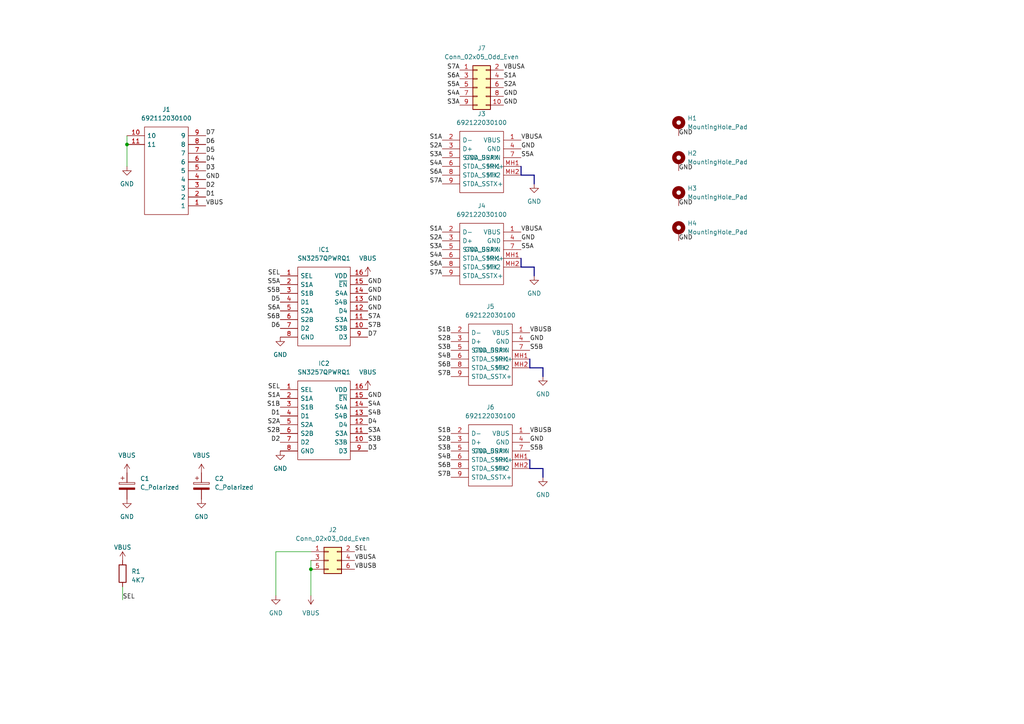
<source format=kicad_sch>
(kicad_sch (version 20230121) (generator eeschema)
  (paper "A4")
  (lib_symbols
    (symbol "Connector_Generic:Conn_02x03_Odd_Even" (pin_names (offset 1.016) hide)
      (property "Reference" "J" (at 1.27 5.08 0))
      (property "Value" "Conn_02x03_Odd_Even" (at 1.27 -5.08 0))
      (symbol "Conn_02x03_Odd_Even_1_1"
        (rectangle (start -1.27 -2.413) (end 0 -2.667) (stroke (width 0.1524)))
        (rectangle (start -1.27 0.127) (end 0 -0.127) (stroke (width 0.1524)))
        (rectangle (start -1.27 2.667) (end 0 2.413) (stroke (width 0.1524)))
        (rectangle (start -1.27 3.81) (end 3.81 -3.81) (stroke (width 0.254)) (fill (type background)))
        (rectangle (start 3.81 -2.413) (end 2.54 -2.667) (stroke (width 0.1524)))
        (rectangle (start 3.81 0.127) (end 2.54 -0.127) (stroke (width 0.1524)))
        (rectangle (start 3.81 2.667) (end 2.54 2.413) (stroke (width 0.1524)))
        (pin passive line (at -5.08 2.54 0) (length 3.81) (name "Pin_1") (number "1"))
        (pin passive line (at 7.62 2.54 180) (length 3.81) (name "Pin_2") (number "2"))
        (pin passive line (at -5.08 0 0) (length 3.81) (name "Pin_3") (number "3"))
        (pin passive line (at 7.62 0 180) (length 3.81) (name "Pin_4") (number "4"))
        (pin passive line (at -5.08 -2.54 0) (length 3.81) (name "Pin_5") (number "5"))
        (pin passive line (at 7.62 -2.54 180) (length 3.81) (name "Pin_6") (number "6"))
      )
    )
    (symbol "Connector_Generic:Conn_02x05_Odd_Even" (pin_names (offset 1.016) hide)
      (property "Reference" "J" (at 1.27 7.62 0))
      (property "Value" "Conn_02x05_Odd_Even" (at 1.27 -7.62 0))
      (symbol "Conn_02x05_Odd_Even_1_1"
        (rectangle (start -1.27 -4.953) (end 0 -5.207) (stroke (width 0.1524)))
        (rectangle (start -1.27 -2.413) (end 0 -2.667) (stroke (width 0.1524)))
        (rectangle (start -1.27 0.127) (end 0 -0.127) (stroke (width 0.1524)))
        (rectangle (start -1.27 2.667) (end 0 2.413) (stroke (width 0.1524)))
        (rectangle (start -1.27 5.207) (end 0 4.953) (stroke (width 0.1524)))
        (rectangle (start -1.27 6.35) (end 3.81 -6.35) (stroke (width 0.254)) (fill (type background)))
        (rectangle (start 3.81 -4.953) (end 2.54 -5.207) (stroke (width 0.1524)))
        (rectangle (start 3.81 -2.413) (end 2.54 -2.667) (stroke (width 0.1524)))
        (rectangle (start 3.81 0.127) (end 2.54 -0.127) (stroke (width 0.1524)))
        (rectangle (start 3.81 2.667) (end 2.54 2.413) (stroke (width 0.1524)))
        (rectangle (start 3.81 5.207) (end 2.54 4.953) (stroke (width 0.1524)))
        (pin passive line (at -5.08 5.08 0) (length 3.81) (name "Pin_1") (number "1"))
        (pin passive line (at 7.62 -5.08 180) (length 3.81) (name "Pin_10") (number "10"))
        (pin passive line (at 7.62 5.08 180) (length 3.81) (name "Pin_2") (number "2"))
        (pin passive line (at -5.08 2.54 0) (length 3.81) (name "Pin_3") (number "3"))
        (pin passive line (at 7.62 2.54 180) (length 3.81) (name "Pin_4") (number "4"))
        (pin passive line (at -5.08 0 0) (length 3.81) (name "Pin_5") (number "5"))
        (pin passive line (at 7.62 0 180) (length 3.81) (name "Pin_6") (number "6"))
        (pin passive line (at -5.08 -2.54 0) (length 3.81) (name "Pin_7") (number "7"))
        (pin passive line (at 7.62 -2.54 180) (length 3.81) (name "Pin_8") (number "8"))
        (pin passive line (at -5.08 -5.08 0) (length 3.81) (name "Pin_9") (number "9"))
      )
    )
    (symbol "Device:C_Polarized" (pin_numbers hide) (pin_names (offset 0.254))
      (property "Reference" "C" (at 0.635 2.54 0))
      (property "Value" "C_Polarized" (at 0.635 -2.54 0))
      (symbol "C_Polarized_0_1"
        (rectangle (start -2.286 0.508) (end 2.286 1.016))
        (polyline (pts (xy -1.778 2.286) (xy -0.762 2.286)))
        (polyline (pts (xy -1.27 2.794) (xy -1.27 1.778)))
        (rectangle (start 2.286 -0.508) (end -2.286 -1.016) (fill (type outline)))
      )
      (symbol "C_Polarized_1_1"
        (pin passive line (at 0 3.81 270) (length 2.794) (name "~") (number "1"))
        (pin passive line (at 0 -3.81 90) (length 2.794) (name "~") (number "2"))
      )
    )
    (symbol "Device:R" (pin_numbers hide) (pin_names (offset 0))
      (property "Reference" "R" (at 2.032 0 90))
      (property "Value" "R" (at 0 0 90))
      (symbol "R_0_1"
        (rectangle (start -1.016 -2.54) (end 1.016 2.54) (stroke (width 0.254)))
      )
      (symbol "R_1_1"
        (pin passive line (at 0 3.81 270) (length 1.27) (name "~") (number "1"))
        (pin passive line (at 0 -3.81 90) (length 1.27) (name "~") (number "2"))
      )
    )
    (symbol "Mechanical:MountingHole_Pad" (pin_numbers hide) (pin_names (offset 1.016) hide)
      (property "Reference" "H" (at 0 6.35 0))
      (property "Value" "MountingHole_Pad" (at 0 4.445 0))
      (symbol "MountingHole_Pad_0_1"
        (circle (center 0 1.27) (radius 1.27) (stroke (width 1.27)))
      )
      (symbol "MountingHole_Pad_1_1"
        (pin input line (at 0 -2.54 90) (length 2.54) (name "1") (number "1"))
      )
    )
    (symbol "mouser:692112030100" (pin_names (offset 0.762))
      (property "Reference" "J" (at 19.05 7.62 0))
      (property "Value" "692112030100" (at 19.05 5.08 0))
      (symbol "692112030100_0_0"
        (pin passive line (at 22.86 -20.32 180) (length 5.08) (name "1") (number "1"))
        (pin passive line (at 0 0 0) (length 5.08) (name "10") (number "10"))
        (pin passive line (at 0 -2.54 0) (length 5.08) (name "11") (number "11"))
        (pin passive line (at 22.86 -17.78 180) (length 5.08) (name "2") (number "2"))
        (pin passive line (at 22.86 -15.24 180) (length 5.08) (name "3") (number "3"))
        (pin passive line (at 22.86 -12.7 180) (length 5.08) (name "4") (number "4"))
        (pin passive line (at 22.86 -10.16 180) (length 5.08) (name "5") (number "5"))
        (pin passive line (at 22.86 -7.62 180) (length 5.08) (name "6") (number "6"))
        (pin passive line (at 22.86 -5.08 180) (length 5.08) (name "7") (number "7"))
        (pin passive line (at 22.86 -2.54 180) (length 5.08) (name "8") (number "8"))
        (pin passive line (at 22.86 0 180) (length 5.08) (name "9") (number "9"))
      )
      (symbol "692112030100_0_1"
        (polyline (pts (xy 5.08 2.54) (xy 17.78 2.54) (xy 17.78 -22.86) (xy 5.08 -22.86) (xy 5.08 2.54)) (stroke (width 0.1524)))
      )
    )
    (symbol "mouser:692122030100" (pin_names (offset 0.762))
      (property "Reference" "J" (at 19.05 7.62 0))
      (property "Value" "692122030100" (at 19.05 5.08 0))
      (symbol "692122030100_0_0"
        (pin passive line (at 22.86 0 180) (length 5.08) (name "VBUS") (number "1"))
        (pin passive line (at 0 0 0) (length 5.08) (name "D-") (number "2"))
        (pin passive line (at 0 -2.54 0) (length 5.08) (name "D+") (number "3"))
        (pin passive line (at 22.86 -2.54 180) (length 5.08) (name "GND") (number "4"))
        (pin passive line (at 0 -5.08 0) (length 5.08) (name "STDA_SSRX") (number "5"))
        (pin passive line (at 0 -7.62 0) (length 5.08) (name "STDA_SSRX+") (number "6"))
        (pin passive line (at 22.86 -5.08 180) (length 5.08) (name "GND_DRAIN") (number "7"))
        (pin passive line (at 0 -10.16 0) (length 5.08) (name "STDA_SSTX") (number "8"))
        (pin passive line (at 0 -12.7 0) (length 5.08) (name "STDA_SSTX+") (number "9"))
        (pin passive line (at 22.86 -7.62 180) (length 5.08) (name "MH1") (number "MH1"))
        (pin passive line (at 22.86 -10.16 180) (length 5.08) (name "MH2") (number "MH2"))
      )
      (symbol "692122030100_0_1"
        (polyline (pts (xy 5.08 2.54) (xy 17.78 2.54) (xy 17.78 -15.24) (xy 5.08 -15.24) (xy 5.08 2.54)) (stroke (width 0.1524)))
      )
    )
    (symbol "mouser:SN3257QPWRQ1" (pin_names (offset 0.762))
      (property "Reference" "IC" (at 21.59 7.62 0))
      (property "Value" "SN3257QPWRQ1" (at 21.59 5.08 0))
      (symbol "SN3257QPWRQ1_0_0"
        (pin passive line (at 0 0 0) (length 5.08) (name "SEL") (number "1"))
        (pin passive line (at 25.4 -15.24 180) (length 5.08) (name "S3B") (number "10"))
        (pin passive line (at 25.4 -12.7 180) (length 5.08) (name "S3A") (number "11"))
        (pin passive line (at 25.4 -10.16 180) (length 5.08) (name "D4") (number "12"))
        (pin passive line (at 25.4 -7.62 180) (length 5.08) (name "S4B") (number "13"))
        (pin passive line (at 25.4 -5.08 180) (length 5.08) (name "S4A") (number "14"))
        (pin passive line (at 25.4 -2.54 180) (length 5.08) (name "~{EN}") (number "15"))
        (pin passive line (at 25.4 0 180) (length 5.08) (name "VDD") (number "16"))
        (pin passive line (at 0 -2.54 0) (length 5.08) (name "S1A") (number "2"))
        (pin passive line (at 0 -5.08 0) (length 5.08) (name "S1B") (number "3"))
        (pin passive line (at 0 -7.62 0) (length 5.08) (name "D1") (number "4"))
        (pin passive line (at 0 -10.16 0) (length 5.08) (name "S2A") (number "5"))
        (pin passive line (at 0 -12.7 0) (length 5.08) (name "S2B") (number "6"))
        (pin passive line (at 0 -15.24 0) (length 5.08) (name "D2") (number "7"))
        (pin passive line (at 0 -17.78 0) (length 5.08) (name "GND") (number "8"))
        (pin passive line (at 25.4 -17.78 180) (length 5.08) (name "D3") (number "9"))
      )
      (symbol "SN3257QPWRQ1_0_1"
        (polyline (pts (xy 5.08 2.54) (xy 20.32 2.54) (xy 20.32 -20.32) (xy 5.08 -20.32) (xy 5.08 2.54)) (stroke (width 0.1524)))
      )
    )
    (symbol "power:GND" (power) (pin_names (offset 0))
      (property "Value" "GND" (at 0 -3.81 0))
      (symbol "GND_0_1"
        (polyline (pts (xy 0 0) (xy 0 -1.27) (xy 1.27 -1.27) (xy 0 -2.54) (xy -1.27 -1.27) (xy 0 -1.27)))
      )
      (symbol "GND_1_1"
        (pin power_in line (at 0 0 270) (length 0) hide (name "GND") (number "1"))
      )
    )
    (symbol "power:VBUS" (power) (pin_names (offset 0))
      (property "Value" "VBUS" (at 0 3.81 0))
      (symbol "VBUS_0_1"
        (polyline (pts (xy -0.762 1.27) (xy 0 2.54)))
        (polyline (pts (xy 0 0) (xy 0 2.54)))
        (polyline (pts (xy 0 2.54) (xy 0.762 1.27)))
      )
      (symbol "VBUS_1_1"
        (pin power_in line (at 0 0 90) (length 0) hide (name "VBUS") (number "1"))
      )
    )
  )
  (junction (at 90.17 165.1))
  (junction (at 36.83 41.91))
  (bus (pts (xy 153.67 135.89) (xy 157.48 135.89)))
  (wire (pts (xy 90.17 162.56) (xy 90.17 165.1)))
  (bus (pts (xy 153.67 104.14) (xy 153.67 106.68)))
  (bus (pts (xy 153.67 133.35) (xy 153.67 135.89)))
  (bus (pts (xy 151.13 74.93) (xy 151.13 77.47)))
  (bus (pts (xy 157.48 135.89) (xy 157.48 138.43)))
  (wire (pts (xy 90.17 160.02) (xy 80.01 160.02)))
  (bus (pts (xy 154.94 50.8) (xy 154.94 53.34)))
  (bus (pts (xy 157.48 106.68) (xy 157.48 109.22)))
  (wire (pts (xy 36.83 39.37) (xy 36.83 41.91)))
  (wire (pts (xy 80.01 160.02) (xy 80.01 172.72)))
  (bus (pts (xy 151.13 48.26) (xy 151.13 50.8)))
  (bus (pts (xy 151.13 77.47) (xy 154.94 77.47)))
  (wire (pts (xy 90.17 165.1) (xy 90.17 172.72)))
  (wire (pts (xy 36.83 41.91) (xy 36.83 48.26)))
  (bus (pts (xy 154.94 77.47) (xy 154.94 80.01)))
  (wire (pts (xy 35.56 170.18) (xy 35.56 173.99)))
  (bus (pts (xy 153.67 106.68) (xy 157.48 106.68)))
  (bus (pts (xy 151.13 50.8) (xy 154.94 50.8)))
  (label "S2A" (at 128.27 69.85 180))
  (label "S6A" (at 133.35 22.86 180))
  (label "S5B" (at 81.28 85.09 180))
  (label "D2" (at 81.28 128.27 180))
  (label "S1A" (at 146.05 22.86 0))
  (label "S4A" (at 128.27 48.26 180))
  (label "GND" (at 151.13 43.18 0))
  (label "VBUSA" (at 146.05 20.32 0))
  (label "GND" (at 196.85 39.37 0))
  (label "S2A" (at 81.28 123.19 180))
  (label "S2B" (at 130.81 128.27 180))
  (label "S3B" (at 106.68 128.27 0))
  (label "SEL" (at 81.28 80.01 180))
  (label "S1A" (at 128.27 40.64 180))
  (label "S1B" (at 81.28 118.11 180))
  (label "S4A" (at 106.68 118.11 0))
  (label "S2B" (at 81.28 125.73 180))
  (label "D3" (at 106.68 130.81 0))
  (label "GND" (at 196.85 59.69 0))
  (label "D3" (at 59.69 49.53 0))
  (label "D2" (at 59.69 54.61 0))
  (label "GND" (at 146.05 30.48 0))
  (label "D1" (at 81.28 120.65 180))
  (label "GND" (at 59.69 52.07 0))
  (label "D7" (at 59.69 39.37 0))
  (label "GND" (at 153.67 128.27 0))
  (label "VBUS" (at 59.69 59.69 0))
  (label "D1" (at 59.69 57.15 0))
  (label "D4" (at 59.69 46.99 0))
  (label "D4" (at 106.68 123.19 0))
  (label "S3A" (at 133.35 30.48 180))
  (label "GND" (at 106.68 85.09 0))
  (label "S7A" (at 128.27 80.01 180))
  (label "S4B" (at 130.81 133.35 180))
  (label "GND" (at 106.68 90.17 0))
  (label "SEL" (at 81.28 113.03 180))
  (label "GND" (at 106.68 82.55 0))
  (label "S4A" (at 133.35 27.94 180))
  (label "S7A" (at 128.27 53.34 180))
  (label "GND" (at 196.85 49.53 0))
  (label "D6" (at 81.28 95.25 180))
  (label "SEL" (at 35.56 173.99 0))
  (label "GND" (at 106.68 87.63 0))
  (label "S1A" (at 128.27 67.31 180))
  (label "S3B" (at 130.81 101.6 180))
  (label "S5A" (at 151.13 72.39 0))
  (label "D5" (at 81.28 87.63 180))
  (label "VBUSB" (at 153.67 96.52 0))
  (label "S6B" (at 130.81 135.89 180))
  (label "S7A" (at 106.68 92.71 0))
  (label "S7A" (at 133.35 20.32 180))
  (label "D6" (at 59.69 41.91 0))
  (label "S6A" (at 128.27 50.8 180))
  (label "S4B" (at 130.81 104.14 180))
  (label "S1B" (at 130.81 125.73 180))
  (label "S3A" (at 128.27 45.72 180))
  (label "S5A" (at 133.35 25.4 180))
  (label "SEL" (at 102.87 160.02 0))
  (label "S3B" (at 130.81 130.81 180))
  (label "GND" (at 196.85 69.85 0))
  (label "S5A" (at 151.13 45.72 0))
  (label "S6A" (at 81.28 90.17 180))
  (label "S1B" (at 130.81 96.52 180))
  (label "S2A" (at 146.05 25.4 0))
  (label "S6A" (at 128.27 77.47 180))
  (label "GND" (at 106.68 115.57 0))
  (label "S7B" (at 130.81 109.22 180))
  (label "GND" (at 153.67 99.06 0))
  (label "S7B" (at 106.68 95.25 0))
  (label "D7" (at 106.68 97.79 0))
  (label "S1A" (at 81.28 115.57 180))
  (label "D5" (at 59.69 44.45 0))
  (label "GND" (at 146.05 27.94 0))
  (label "VBUSB" (at 102.87 165.1 0))
  (label "S5B" (at 153.67 101.6 0))
  (label "S4B" (at 106.68 120.65 0))
  (label "VBUSA" (at 102.87 162.56 0))
  (label "S2A" (at 128.27 43.18 180))
  (label "S6B" (at 130.81 106.68 180))
  (label "VBUSB" (at 153.67 125.73 0))
  (label "VBUSA" (at 151.13 67.31 0))
  (label "S2B" (at 130.81 99.06 180))
  (label "S7B" (at 130.81 138.43 180))
  (label "S3A" (at 106.68 125.73 0))
  (label "VBUSA" (at 151.13 40.64 0))
  (label "S5A" (at 81.28 82.55 180))
  (label "S4A" (at 128.27 74.93 180))
  (label "S6B" (at 81.28 92.71 180))
  (label "S5B" (at 153.67 130.81 0))
  (label "GND" (at 151.13 69.85 0))
  (label "S3A" (at 128.27 72.39 180))
  (symbol (lib_id "power:GND") (at 36.83 48.26 0) (unit 1)
    (property "Reference" "#PWR0111" (effects hide))
    (property "Value" "GND" (at 36.83 53.34 0))
  )
  (symbol (lib_id "power:VBUS") (at 106.68 113.03 0) (unit 1)
    (property "Reference" "#PWR0108" (effects hide))
    (property "Value" "VBUS" (at 106.68 107.95 0))
  )
  (symbol (lib_id "Mechanical:MountingHole_Pad") (at 196.85 46.99 0) (unit 1)
    (property "Reference" "H2" (at 199.39 44.4499 0) (effects (justify left)))
    (property "Value" "MountingHole_Pad" (at 199.39 46.9899 0) (effects (justify left)))
    (property "Footprint" "MountingHole:MountingHole_3.2mm_M3_Pad_TopBottom" (effects hide))
  )
  (symbol (lib_id "Mechanical:MountingHole_Pad") (at 196.85 36.83 0) (unit 1)
    (property "Reference" "H1" (at 199.39 34.2899 0) (effects (justify left)))
    (property "Value" "MountingHole_Pad" (at 199.39 36.8299 0) (effects (justify left)))
    (property "Footprint" "MountingHole:MountingHole_3.2mm_M3_Pad_TopBottom" (effects hide))
  )
  (symbol (lib_id "mouser:692112030100") (at 36.83 39.37 0) (unit 1)
    (property "Reference" "J1" (at 48.26 31.75 0))
    (property "Value" "692112030100" (at 48.26 34.29 0))
    (property "Footprint" "mouser:692112030100-fixed" (effects hide))
    (property "Datasheet" "https://componentsearchengine.com//692112030100.pdf" (effects hide))
    (property "Description" "Wurth Elektronik Male Right Angle Through Hole Version 3 Type A USB Connector, 30 V ac, 0.25A WR-COM" (effects hide))
    (property "Height" "1" (effects hide))
    (property "Mouser2 Part Number" "710-692112030100" (effects hide))
    (property "Mouser2 Price/Stock" "https://www.mouser.com/Search/Refine.aspx?Keyword=710-692112030100" (effects hide))
    (property "Manufacturer_Name" "Wurth Elektronik" (effects hide))
    (property "Manufacturer_Part_Number" "692112030100" (effects hide))
  )
  (symbol (lib_id "power:GND") (at 80.01 172.72 0) (unit 1)
    (property "Reference" "#PWR0101" (effects hide))
    (property "Value" "GND" (at 80.01 177.8 0))
  )
  (symbol (lib_id "power:VBUS") (at 35.56 162.56 0) (unit 1)
    (property "Reference" "#PWR01" (effects hide))
    (property "Value" "VBUS" (at 35.56 158.75 0))
  )
  (symbol (lib_id "mouser:692122030100") (at 130.81 125.73 0) (unit 1)
    (property "Reference" "J6" (at 142.24 118.11 0))
    (property "Value" "692122030100" (at 142.24 120.65 0))
    (property "Footprint" "692122030100" (effects hide))
    (property "Datasheet" "https://componentsearchengine.com//692122030100.pdf" (effects hide))
    (property "Description" "Wurth Elektronik WR-COM Series, Right Angle Through Hole, Version 3.0 Type A USB Connector, Receptacle" (effects hide))
    (property "Height" "7.55" (effects hide))
    (property "Mouser2 Part Number" "710-692122030100" (effects hide))
    (property "Mouser2 Price/Stock" "https://www.mouser.com/Search/Refine.aspx?Keyword=710-692122030100" (effects hide))
    (property "Manufacturer_Name" "Wurth Elektronik" (effects hide))
    (property "Manufacturer_Part_Number" "692122030100" (effects hide))
  )
  (symbol (lib_id "Mechanical:MountingHole_Pad") (at 196.85 57.15 0) (unit 1)
    (property "Reference" "H3" (at 199.39 54.6099 0) (effects (justify left)))
    (property "Value" "MountingHole_Pad" (at 199.39 57.1499 0) (effects (justify left)))
    (property "Footprint" "MountingHole:MountingHole_3.2mm_M3_Pad_TopBottom" (effects hide))
  )
  (symbol (lib_id "mouser:SN3257QPWRQ1") (at 81.28 113.03 0) (unit 1)
    (property "Reference" "IC2" (at 93.98 105.41 0))
    (property "Value" "SN3257QPWRQ1" (at 93.98 107.95 0))
    (property "Footprint" "SOP65P640X120-16N" (effects hide))
    (property "Datasheet" "https://www.ti.com/lit/gpn/SN3257-Q1" (effects hide))
    (property "Description" "PRECISION ANALOG MULTIPLEXER" (effects hide))
    (property "Height" "1.2" (effects hide))
    (property "Manufacturer_Name" "Texas Instruments" (effects hide))
    (property "Manufacturer_Part_Number" "SN3257QPWRQ1" (effects hide))
  )
  (symbol (lib_id "mouser:692122030100") (at 128.27 40.64 0) (unit 1)
    (property "Reference" "J3" (at 139.7 33.02 0))
    (property "Value" "692122030100" (at 139.7 35.56 0))
    (property "Footprint" "692122030100" (effects hide))
    (property "Datasheet" "https://componentsearchengine.com//692122030100.pdf" (effects hide))
    (property "Description" "Wurth Elektronik WR-COM Series, Right Angle Through Hole, Version 3.0 Type A USB Connector, Receptacle" (effects hide))
    (property "Height" "7.55" (effects hide))
    (property "Mouser2 Part Number" "710-692122030100" (effects hide))
    (property "Mouser2 Price/Stock" "https://www.mouser.com/Search/Refine.aspx?Keyword=710-692122030100" (effects hide))
    (property "Manufacturer_Name" "Wurth Elektronik" (effects hide))
    (property "Manufacturer_Part_Number" "692122030100" (effects hide))
  )
  (symbol (lib_id "Device:C_Polarized") (at 36.83 140.97 0) (unit 1)
    (property "Reference" "C1" (at 40.64 138.8109 0) (effects (justify left)))
    (property "Value" "C_Polarized" (at 40.64 141.3509 0) (effects (justify left)))
    (property "Footprint" "Capacitor_SMD:C_0805_2012Metric" (effects hide))
  )
  (symbol (lib_id "mouser:692122030100") (at 128.27 67.31 0) (unit 1)
    (property "Reference" "J4" (at 139.7 59.69 0))
    (property "Value" "692122030100" (at 139.7 62.23 0))
    (property "Footprint" "692122030100" (effects hide))
    (property "Datasheet" "https://componentsearchengine.com//692122030100.pdf" (effects hide))
    (property "Description" "Wurth Elektronik WR-COM Series, Right Angle Through Hole, Version 3.0 Type A USB Connector, Receptacle" (effects hide))
    (property "Height" "7.55" (effects hide))
    (property "Mouser2 Part Number" "710-692122030100" (effects hide))
    (property "Mouser2 Price/Stock" "https://www.mouser.com/Search/Refine.aspx?Keyword=710-692122030100" (effects hide))
    (property "Manufacturer_Name" "Wurth Elektronik" (effects hide))
    (property "Manufacturer_Part_Number" "692122030100" (effects hide))
  )
  (symbol (lib_id "power:GND") (at 154.94 53.34 0) (unit 1)
    (property "Reference" "#PWR0114" (effects hide))
    (property "Value" "GND" (at 154.94 58.42 0))
  )
  (symbol (lib_id "Device:R") (at 35.56 166.37 0) (unit 1)
    (property "Reference" "R1" (at 38.1 165.735 0) (effects (justify left)))
    (property "Value" "4K7" (at 38.1 168.275 0) (effects (justify left)))
    (property "Footprint" "Resistor_SMD:R_0805_2012Metric" (effects hide))
  )
  (symbol (lib_id "Device:C_Polarized") (at 58.42 140.97 0) (unit 1)
    (property "Reference" "C2" (at 62.23 138.8109 0) (effects (justify left)))
    (property "Value" "C_Polarized" (at 62.23 141.3509 0) (effects (justify left)))
    (property "Footprint" "Capacitor_SMD:C_0805_2012Metric" (effects hide))
  )
  (symbol (lib_id "power:VBUS") (at 90.17 172.72 180) (unit 1)
    (property "Reference" "#PWR0102" (effects hide))
    (property "Value" "VBUS" (at 90.17 177.8 0))
  )
  (symbol (lib_id "Connector_Generic:Conn_02x05_Odd_Even") (at 138.43 25.4 0) (unit 1)
    (property "Reference" "J7" (at 139.7 13.97 0))
    (property "Value" "Conn_02x05_Odd_Even" (at 139.7 16.51 0))
    (property "Footprint" "Connector_PinHeader_2.54mm:PinHeader_2x05_P2.54mm_Vertical" (effects hide))
  )
  (symbol (lib_id "Connector_Generic:Conn_02x03_Odd_Even") (at 95.25 162.56 0) (unit 1)
    (property "Reference" "J2" (at 96.52 153.67 0))
    (property "Value" "Conn_02x03_Odd_Even" (at 96.52 156.21 0))
    (property "Footprint" "Connector_PinHeader_2.54mm:PinHeader_2x03_P2.54mm_Vertical" (effects hide))
  )
  (symbol (lib_id "mouser:SN3257QPWRQ1") (at 81.28 80.01 0) (unit 1)
    (property "Reference" "IC1" (at 93.98 72.39 0))
    (property "Value" "SN3257QPWRQ1" (at 93.98 74.93 0))
    (property "Footprint" "SOP65P640X120-16N" (effects hide))
    (property "Datasheet" "https://www.ti.com/lit/gpn/SN3257-Q1" (effects hide))
    (property "Description" "PRECISION ANALOG MULTIPLEXER" (effects hide))
    (property "Height" "1.2" (effects hide))
    (property "Manufacturer_Name" "Texas Instruments" (effects hide))
    (property "Manufacturer_Part_Number" "SN3257QPWRQ1" (effects hide))
  )
  (symbol (lib_id "power:GND") (at 81.28 130.81 0) (unit 1)
    (property "Reference" "#PWR0107" (effects hide))
    (property "Value" "GND" (at 81.28 135.89 0))
  )
  (symbol (lib_id "power:GND") (at 154.94 80.01 0) (unit 1)
    (property "Reference" "#PWR0115" (effects hide))
    (property "Value" "GND" (at 154.94 85.09 0))
  )
  (symbol (lib_id "power:GND") (at 157.48 138.43 0) (unit 1)
    (property "Reference" "#PWR0109" (effects hide))
    (property "Value" "GND" (at 157.48 143.51 0))
  )
  (symbol (lib_id "mouser:692122030100") (at 130.81 96.52 0) (unit 1)
    (property "Reference" "J5" (at 142.24 88.9 0))
    (property "Value" "692122030100" (at 142.24 91.44 0))
    (property "Footprint" "692122030100" (effects hide))
    (property "Datasheet" "https://componentsearchengine.com//692122030100.pdf" (effects hide))
    (property "Description" "Wurth Elektronik WR-COM Series, Right Angle Through Hole, Version 3.0 Type A USB Connector, Receptacle" (effects hide))
    (property "Height" "7.55" (effects hide))
    (property "Mouser2 Part Number" "710-692122030100" (effects hide))
    (property "Mouser2 Price/Stock" "https://www.mouser.com/Search/Refine.aspx?Keyword=710-692122030100" (effects hide))
    (property "Manufacturer_Name" "Wurth Elektronik" (effects hide))
    (property "Manufacturer_Part_Number" "692122030100" (effects hide))
  )
  (symbol (lib_id "power:GND") (at 36.83 144.78 0) (unit 1)
    (property "Reference" "#PWR0104" (effects hide))
    (property "Value" "GND" (at 36.83 149.86 0))
  )
  (symbol (lib_id "power:VBUS") (at 106.68 80.01 0) (unit 1)
    (property "Reference" "#PWR0113" (effects hide))
    (property "Value" "VBUS" (at 106.68 74.93 0))
  )
  (symbol (lib_id "power:GND") (at 58.42 144.78 0) (unit 1)
    (property "Reference" "#PWR0106" (effects hide))
    (property "Value" "GND" (at 58.42 149.86 0))
  )
  (symbol (lib_id "power:GND") (at 81.28 97.79 0) (unit 1)
    (property "Reference" "#PWR0112" (effects hide))
    (property "Value" "GND" (at 81.28 102.87 0))
  )
  (symbol (lib_id "Mechanical:MountingHole_Pad") (at 196.85 67.31 0) (unit 1)
    (property "Reference" "H4" (at 199.39 64.7699 0) (effects (justify left)))
    (property "Value" "MountingHole_Pad" (at 199.39 67.3099 0) (effects (justify left)))
    (property "Footprint" "MountingHole:MountingHole_3.2mm_M3_Pad_TopBottom" (effects hide))
  )
  (symbol (lib_id "power:VBUS") (at 36.83 137.16 0) (unit 1)
    (property "Reference" "#PWR0103" (effects hide))
    (property "Value" "VBUS" (at 36.83 132.08 0))
  )
  (symbol (lib_id "power:VBUS") (at 58.42 137.16 0) (unit 1)
    (property "Reference" "#PWR0105" (effects hide))
    (property "Value" "VBUS" (at 58.42 132.08 0))
  )
  (symbol (lib_id "power:GND") (at 157.48 109.22 0) (unit 1)
    (property "Reference" "#PWR0110" (effects hide))
    (property "Value" "GND" (at 157.48 114.3 0))
  )
)
</source>
